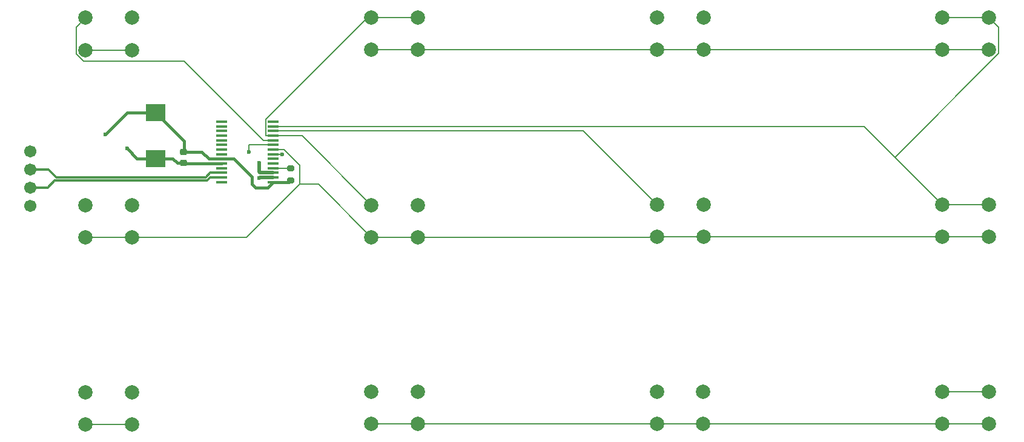
<source format=gtl>
%TF.GenerationSoftware,KiCad,Pcbnew,9.0.4-9.0.4-0~ubuntu24.04.1*%
%TF.CreationDate,2025-09-24T17:36:05+03:00*%
%TF.ProjectId,Nurse remote control,4e757273-6520-4726-956d-6f746520636f,rev?*%
%TF.SameCoordinates,Original*%
%TF.FileFunction,Copper,L1,Top*%
%TF.FilePolarity,Positive*%
%FSLAX46Y46*%
G04 Gerber Fmt 4.6, Leading zero omitted, Abs format (unit mm)*
G04 Created by KiCad (PCBNEW 9.0.4-9.0.4-0~ubuntu24.04.1) date 2025-09-24 17:36:05*
%MOMM*%
%LPD*%
G01*
G04 APERTURE LIST*
G04 Aperture macros list*
%AMRoundRect*
0 Rectangle with rounded corners*
0 $1 Rounding radius*
0 $2 $3 $4 $5 $6 $7 $8 $9 X,Y pos of 4 corners*
0 Add a 4 corners polygon primitive as box body*
4,1,4,$2,$3,$4,$5,$6,$7,$8,$9,$2,$3,0*
0 Add four circle primitives for the rounded corners*
1,1,$1+$1,$2,$3*
1,1,$1+$1,$4,$5*
1,1,$1+$1,$6,$7*
1,1,$1+$1,$8,$9*
0 Add four rect primitives between the rounded corners*
20,1,$1+$1,$2,$3,$4,$5,0*
20,1,$1+$1,$4,$5,$6,$7,0*
20,1,$1+$1,$6,$7,$8,$9,0*
20,1,$1+$1,$8,$9,$2,$3,0*%
G04 Aperture macros list end*
%TA.AperFunction,ComponentPad*%
%ADD10C,2.000000*%
%TD*%
%TA.AperFunction,SMDPad,CuDef*%
%ADD11R,1.500000X0.400000*%
%TD*%
%TA.AperFunction,ComponentPad*%
%ADD12C,1.701800*%
%TD*%
%TA.AperFunction,SMDPad,CuDef*%
%ADD13RoundRect,0.200000X0.275000X-0.200000X0.275000X0.200000X-0.275000X0.200000X-0.275000X-0.200000X0*%
%TD*%
%TA.AperFunction,SMDPad,CuDef*%
%ADD14R,2.800000X2.400000*%
%TD*%
%TA.AperFunction,SMDPad,CuDef*%
%ADD15RoundRect,0.225000X-0.250000X0.225000X-0.250000X-0.225000X0.250000X-0.225000X0.250000X0.225000X0*%
%TD*%
%TA.AperFunction,ViaPad*%
%ADD16C,0.600000*%
%TD*%
%TA.AperFunction,Conductor*%
%ADD17C,0.400000*%
%TD*%
%TA.AperFunction,Conductor*%
%ADD18C,0.200000*%
%TD*%
%TA.AperFunction,Conductor*%
%ADD19C,0.500000*%
%TD*%
%TA.AperFunction,Conductor*%
%ADD20C,0.300000*%
%TD*%
G04 APERTURE END LIST*
D10*
%TO.P,SW9,1,1*%
%TO.N,/C1*%
X86203000Y-97568000D03*
X92703000Y-97568000D03*
%TO.P,SW9,2,2*%
%TO.N,/R3*%
X86203000Y-102068000D03*
X92703000Y-102068000D03*
%TD*%
D11*
%TO.P,IC1,1,GPB0*%
%TO.N,unconnected-(IC1-GPB0-Pad1)*%
X105211000Y-59752000D03*
%TO.P,IC1,2,GPB1*%
%TO.N,unconnected-(IC1-GPB1-Pad2)*%
X105211000Y-60402000D03*
%TO.P,IC1,3,GPB2*%
%TO.N,unconnected-(IC1-GPB2-Pad3)*%
X105211000Y-61052000D03*
%TO.P,IC1,4,GPB3*%
%TO.N,unconnected-(IC1-GPB3-Pad4)*%
X105211000Y-61702000D03*
%TO.P,IC1,5,GPB4*%
%TO.N,unconnected-(IC1-GPB4-Pad5)*%
X105211000Y-62352000D03*
%TO.P,IC1,6,GPB5*%
%TO.N,unconnected-(IC1-GPB5-Pad6)*%
X105211000Y-63002000D03*
%TO.P,IC1,7,GPB6*%
%TO.N,unconnected-(IC1-GPB6-Pad7)*%
X105211000Y-63652000D03*
%TO.P,IC1,8,GPB7*%
%TO.N,unconnected-(IC1-GPB7-Pad8)*%
X105211000Y-64302000D03*
%TO.P,IC1,9,VDD*%
%TO.N,+3.3V*%
X105211000Y-64952000D03*
%TO.P,IC1,10,VSS*%
%TO.N,GND*%
X105211000Y-65602000D03*
%TO.P,IC1,11,NC1*%
%TO.N,unconnected-(IC1-NC1-Pad11)*%
X105211000Y-66252000D03*
%TO.P,IC1,12,SCK*%
%TO.N,/SCL*%
X105211000Y-66902000D03*
%TO.P,IC1,13,SDA*%
%TO.N,/SDA*%
X105211000Y-67552000D03*
%TO.P,IC1,14,NC2*%
%TO.N,unconnected-(IC1-NC2-Pad14)*%
X105211000Y-68202000D03*
%TO.P,IC1,15,A0*%
%TO.N,+3.3V*%
X112461000Y-68202000D03*
%TO.P,IC1,16,A1*%
%TO.N,GND*%
X112461000Y-67552000D03*
%TO.P,IC1,17,A2*%
X112461000Y-66902000D03*
%TO.P,IC1,18,/RESET*%
%TO.N,Net-(IC1-{slash}RESET)*%
X112461000Y-66252000D03*
%TO.P,IC1,19,INTB*%
%TO.N,unconnected-(IC1-INTB-Pad19)*%
X112461000Y-65602000D03*
%TO.P,IC1,20,INTA*%
%TO.N,unconnected-(IC1-INTA-Pad20)*%
X112461000Y-64952000D03*
%TO.P,IC1,21,GPA0*%
%TO.N,/R1*%
X112461000Y-64302000D03*
%TO.P,IC1,22,GPA1*%
%TO.N,/R2*%
X112461000Y-63652000D03*
%TO.P,IC1,23,GPA2*%
%TO.N,/R3*%
X112461000Y-63002000D03*
%TO.P,IC1,24,GPA3*%
%TO.N,/C1*%
X112461000Y-62352000D03*
%TO.P,IC1,25,GPA4*%
%TO.N,/C2*%
X112461000Y-61702000D03*
%TO.P,IC1,26,GPA5*%
%TO.N,/C3*%
X112461000Y-61052000D03*
%TO.P,IC1,27,GPA6*%
%TO.N,/C4*%
X112461000Y-60402000D03*
%TO.P,IC1,28,GPA7*%
%TO.N,unconnected-(IC1-GPA7-Pad28)*%
X112461000Y-59752000D03*
%TD*%
D10*
%TO.P,SW7,1,1*%
%TO.N,/C3*%
X166100000Y-71379000D03*
X172600000Y-71379000D03*
%TO.P,SW7,2,2*%
%TO.N,/R2*%
X166100000Y-75879000D03*
X172600000Y-75879000D03*
%TD*%
%TO.P,SW11,1,1*%
%TO.N,/C3*%
X166073000Y-97496000D03*
X172573000Y-97496000D03*
%TO.P,SW11,2,2*%
%TO.N,/R3*%
X166073000Y-101996000D03*
X172573000Y-101996000D03*
%TD*%
%TO.P,SW6,1,1*%
%TO.N,/C2*%
X126156000Y-71402000D03*
X132656000Y-71402000D03*
%TO.P,SW6,2,2*%
%TO.N,/R2*%
X126156000Y-75902000D03*
X132656000Y-75902000D03*
%TD*%
%TO.P,SW5,1,1*%
%TO.N,/C1*%
X86198000Y-71412000D03*
X92698000Y-71412000D03*
%TO.P,SW5,2,2*%
%TO.N,/R2*%
X86198000Y-75912000D03*
X92698000Y-75912000D03*
%TD*%
%TO.P,SW4,1,1*%
%TO.N,/C4*%
X206009000Y-45198000D03*
X212509000Y-45198000D03*
%TO.P,SW4,2,2*%
%TO.N,/R1*%
X206009000Y-49698000D03*
X212509000Y-49698000D03*
%TD*%
D12*
%TO.P,J1,1*%
%TO.N,+3.3V*%
X78500000Y-71500000D03*
%TO.P,J1,2*%
%TO.N,/SDA*%
X78500000Y-68960000D03*
%TO.P,J1,3*%
%TO.N,/SCL*%
X78500000Y-66420000D03*
%TO.P,J1,4*%
%TO.N,GND*%
X78500000Y-63880000D03*
%TD*%
D10*
%TO.P,SW1,1,1*%
%TO.N,/C1*%
X86198000Y-45225000D03*
X92698000Y-45225000D03*
%TO.P,SW1,2,2*%
%TO.N,/R1*%
X86198000Y-49725000D03*
X92698000Y-49725000D03*
%TD*%
%TO.P,SW10,1,1*%
%TO.N,/C2*%
X126125000Y-97484000D03*
X132625000Y-97484000D03*
%TO.P,SW10,2,2*%
%TO.N,/R3*%
X126125000Y-101984000D03*
X132625000Y-101984000D03*
%TD*%
D13*
%TO.P,R1,1*%
%TO.N,+3.3V*%
X114883000Y-67944000D03*
%TO.P,R1,2*%
%TO.N,Net-(IC1-{slash}RESET)*%
X114883000Y-66294000D03*
%TD*%
D10*
%TO.P,SW2,1,1*%
%TO.N,/C2*%
X126133000Y-45172000D03*
X132633000Y-45172000D03*
%TO.P,SW2,2,2*%
%TO.N,/R1*%
X126133000Y-49672000D03*
X132633000Y-49672000D03*
%TD*%
%TO.P,SW8,1,1*%
%TO.N,/C4*%
X206005000Y-71380000D03*
X212505000Y-71380000D03*
%TO.P,SW8,2,2*%
%TO.N,/R2*%
X206005000Y-75880000D03*
X212505000Y-75880000D03*
%TD*%
D14*
%TO.P,C1,1*%
%TO.N,+3.3V*%
X96000000Y-58500000D03*
%TO.P,C1,2*%
%TO.N,GND*%
X96000000Y-64900000D03*
%TD*%
D10*
%TO.P,SW12,1,1*%
%TO.N,/C4*%
X206004000Y-97514000D03*
X212504000Y-97514000D03*
%TO.P,SW12,2,2*%
%TO.N,/R3*%
X206004000Y-102014000D03*
X212504000Y-102014000D03*
%TD*%
%TO.P,SW3,1,1*%
%TO.N,/C3*%
X166087000Y-45199000D03*
X172587000Y-45199000D03*
%TO.P,SW3,2,2*%
%TO.N,/R1*%
X166087000Y-49699000D03*
X172587000Y-49699000D03*
%TD*%
D15*
%TO.P,C2,1*%
%TO.N,+3.3V*%
X99892493Y-63970839D03*
%TO.P,C2,2*%
%TO.N,GND*%
X99892493Y-65520839D03*
%TD*%
D16*
%TO.N,+3.3V*%
X89000000Y-61500000D03*
%TO.N,GND*%
X92000000Y-63500000D03*
X110500000Y-67602000D03*
X110500000Y-65500000D03*
%TO.N,/R3*%
X109000000Y-64000000D03*
%TO.N,/R1*%
X113730200Y-64302000D03*
%TD*%
D17*
%TO.N,+3.3V*%
X110000000Y-69000000D02*
X109444157Y-68444157D01*
X99892493Y-63970839D02*
X100000000Y-63863332D01*
X112461000Y-68202000D02*
X111663000Y-69000000D01*
X105211000Y-64952000D02*
X103452000Y-64952000D01*
X114625000Y-68202000D02*
X112461000Y-68202000D01*
X106952000Y-64952000D02*
X105211000Y-64952000D01*
X103452000Y-64952000D02*
X102470839Y-63970839D01*
X109444157Y-67444157D02*
X106952000Y-64952000D01*
X100000000Y-62500000D02*
X96000000Y-58500000D01*
X109444157Y-68444157D02*
X109444157Y-67444157D01*
X102470839Y-63970839D02*
X99892493Y-63970839D01*
D18*
X114883000Y-67944000D02*
X114625000Y-68202000D01*
D17*
X89000000Y-61500000D02*
X92000000Y-58500000D01*
X111663000Y-69000000D02*
X110000000Y-69000000D01*
X92000000Y-58500000D02*
X96000000Y-58500000D01*
X100000000Y-63863332D02*
X100000000Y-62500000D01*
%TO.N,GND*%
X99973654Y-65602000D02*
X105211000Y-65602000D01*
X99892493Y-65520839D02*
X99020839Y-65520839D01*
X99892493Y-65520839D02*
X99973654Y-65602000D01*
D19*
X110500000Y-66804000D02*
X110598000Y-66902000D01*
X110500000Y-65500000D02*
X110500000Y-66804000D01*
D17*
X93400000Y-64900000D02*
X92000000Y-63500000D01*
D19*
X110550000Y-67552000D02*
X110500000Y-67602000D01*
X112461000Y-67552000D02*
X110550000Y-67552000D01*
X110598000Y-66902000D02*
X112461000Y-66902000D01*
D17*
X98400000Y-64900000D02*
X96000000Y-64900000D01*
X96000000Y-64900000D02*
X93400000Y-64900000D01*
X99020839Y-65520839D02*
X98400000Y-64900000D01*
D18*
%TO.N,/R3*%
X109000000Y-64000000D02*
X109000000Y-63002000D01*
X126125000Y-101984000D02*
X132625000Y-101984000D01*
X132625000Y-101984000D02*
X166061000Y-101984000D01*
X205986000Y-101996000D02*
X206004000Y-102014000D01*
X172573000Y-101996000D02*
X205986000Y-101996000D01*
X212504000Y-102014000D02*
X206004000Y-102014000D01*
X109000000Y-63002000D02*
X112461000Y-63002000D01*
X166073000Y-101996000D02*
X172573000Y-101996000D01*
X166061000Y-101984000D02*
X166073000Y-101996000D01*
X92703000Y-102068000D02*
X86203000Y-102068000D01*
D20*
%TO.N,/SDA*%
X103656520Y-67552000D02*
X105211000Y-67552000D01*
X81871480Y-68000000D02*
X103208520Y-68000000D01*
X80911480Y-68960000D02*
X81871480Y-68000000D01*
X78500000Y-68960000D02*
X80911480Y-68960000D01*
X103208520Y-68000000D02*
X103656520Y-67552000D01*
D18*
%TO.N,/C1*%
X100006500Y-51280600D02*
X85895300Y-51280600D01*
X111077900Y-62352000D02*
X100006500Y-51280600D01*
X112461000Y-62352000D02*
X111077900Y-62352000D01*
X84887500Y-46535500D02*
X86198000Y-45225000D01*
X85895300Y-51280600D02*
X84887500Y-50272800D01*
X84887500Y-50272800D02*
X84887500Y-46535500D01*
%TO.N,Net-(IC1-{slash}RESET)*%
X112461000Y-66252000D02*
X114841000Y-66252000D01*
X114841000Y-66252000D02*
X114883000Y-66294000D01*
%TO.N,/C2*%
X111410900Y-61702000D02*
X111410900Y-59374200D01*
X116456000Y-61702000D02*
X112461000Y-61702000D01*
X111410900Y-59374200D02*
X125613100Y-45172000D01*
X125613100Y-45172000D02*
X126133000Y-45172000D01*
X132633000Y-45172000D02*
X126133000Y-45172000D01*
X126156000Y-71402000D02*
X116456000Y-61702000D01*
X112461000Y-61702000D02*
X111410900Y-61702000D01*
%TO.N,/C4*%
X195027000Y-60402000D02*
X199369900Y-64744800D01*
X213894400Y-50220300D02*
X213894400Y-46583400D01*
X199369900Y-64744800D02*
X206005000Y-71380000D01*
X212509000Y-45198000D02*
X206009000Y-45198000D01*
X199369900Y-64744800D02*
X213894400Y-50220300D01*
X212504000Y-97514000D02*
X206004000Y-97514000D01*
X112461000Y-60402000D02*
X195027000Y-60402000D01*
X212505000Y-71380000D02*
X206005000Y-71380000D01*
X213894400Y-46583400D02*
X212509000Y-45198000D01*
D20*
%TO.N,/SCL*%
X103000000Y-67500000D02*
X103598000Y-66902000D01*
X78500000Y-66420000D02*
X81000000Y-66420000D01*
X81000000Y-66420000D02*
X82080000Y-67500000D01*
X82080000Y-67500000D02*
X103000000Y-67500000D01*
X103598000Y-66902000D02*
X105211000Y-66902000D01*
D18*
%TO.N,/C3*%
X155773000Y-61052000D02*
X166100000Y-71379000D01*
X112461000Y-61052000D02*
X155773000Y-61052000D01*
%TO.N,/R2*%
X172600000Y-75879000D02*
X206004000Y-75879000D01*
X116142700Y-68484000D02*
X118738000Y-68484000D01*
X126156000Y-75902000D02*
X132656000Y-75902000D01*
X166100000Y-75879000D02*
X172600000Y-75879000D01*
X92698000Y-75912000D02*
X108714700Y-75912000D01*
X108714700Y-75912000D02*
X116142700Y-68484000D01*
X212505000Y-75880000D02*
X206005000Y-75880000D01*
X116142700Y-65855300D02*
X113939400Y-63652000D01*
X116142700Y-68484000D02*
X116142700Y-65855300D01*
X206004000Y-75879000D02*
X206005000Y-75880000D01*
X166077000Y-75902000D02*
X166100000Y-75879000D01*
X113939400Y-63652000D02*
X112461000Y-63652000D01*
X132656000Y-75902000D02*
X166077000Y-75902000D01*
X86198000Y-75912000D02*
X92698000Y-75912000D01*
X118738000Y-68484000D02*
X126156000Y-75902000D01*
%TO.N,/R1*%
X212509000Y-49698000D02*
X206009000Y-49698000D01*
X126133000Y-49672000D02*
X132633000Y-49672000D01*
X132633000Y-49672000D02*
X166060000Y-49672000D01*
X166087000Y-49699000D02*
X172587000Y-49699000D01*
X113511100Y-64302000D02*
X113730200Y-64302000D01*
X166060000Y-49672000D02*
X166087000Y-49699000D01*
X172587000Y-49699000D02*
X206008000Y-49699000D01*
X206008000Y-49699000D02*
X206009000Y-49698000D01*
X92698000Y-49725000D02*
X86198000Y-49725000D01*
X112461000Y-64302000D02*
X113511100Y-64302000D01*
%TD*%
M02*

</source>
